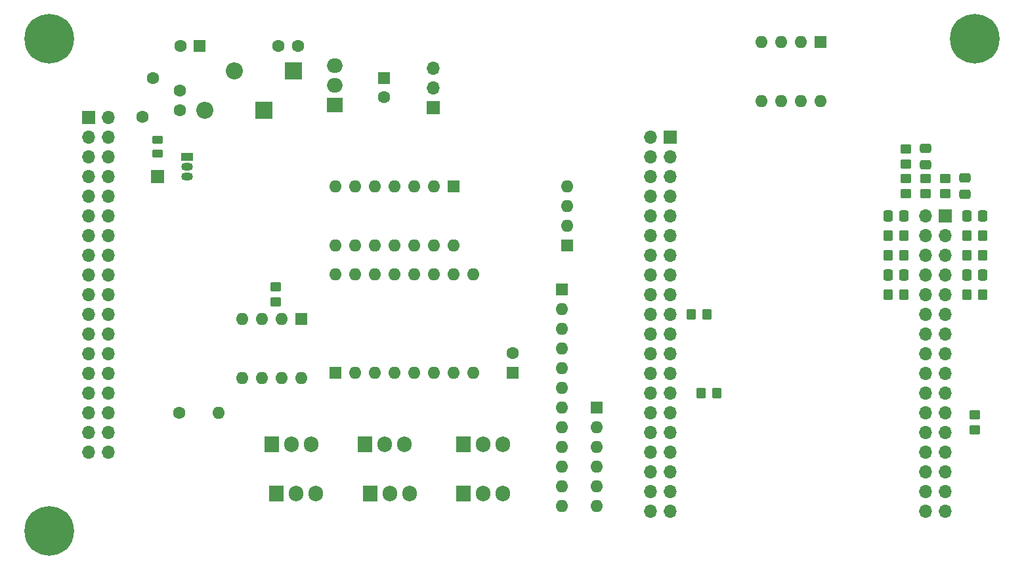
<source format=gts>
G04 #@! TF.GenerationSoftware,KiCad,Pcbnew,(6.0.0)*
G04 #@! TF.CreationDate,2022-01-14T02:16:32-05:00*
G04 #@! TF.ProjectId,klxecu,6b6c7865-6375-42e6-9b69-6361645f7063,rev?*
G04 #@! TF.SameCoordinates,Original*
G04 #@! TF.FileFunction,Soldermask,Top*
G04 #@! TF.FilePolarity,Negative*
%FSLAX46Y46*%
G04 Gerber Fmt 4.6, Leading zero omitted, Abs format (unit mm)*
G04 Created by KiCad (PCBNEW (6.0.0)) date 2022-01-14 02:16:32*
%MOMM*%
%LPD*%
G01*
G04 APERTURE LIST*
G04 Aperture macros list*
%AMRoundRect*
0 Rectangle with rounded corners*
0 $1 Rounding radius*
0 $2 $3 $4 $5 $6 $7 $8 $9 X,Y pos of 4 corners*
0 Add a 4 corners polygon primitive as box body*
4,1,4,$2,$3,$4,$5,$6,$7,$8,$9,$2,$3,0*
0 Add four circle primitives for the rounded corners*
1,1,$1+$1,$2,$3*
1,1,$1+$1,$4,$5*
1,1,$1+$1,$6,$7*
1,1,$1+$1,$8,$9*
0 Add four rect primitives between the rounded corners*
20,1,$1+$1,$2,$3,$4,$5,0*
20,1,$1+$1,$4,$5,$6,$7,0*
20,1,$1+$1,$6,$7,$8,$9,0*
20,1,$1+$1,$8,$9,$2,$3,0*%
G04 Aperture macros list end*
%ADD10C,6.400000*%
%ADD11RoundRect,0.250000X0.350000X0.450000X-0.350000X0.450000X-0.350000X-0.450000X0.350000X-0.450000X0*%
%ADD12RoundRect,0.250000X-0.450000X0.350000X-0.450000X-0.350000X0.450000X-0.350000X0.450000X0.350000X0*%
%ADD13RoundRect,0.250000X-0.350000X-0.450000X0.350000X-0.450000X0.350000X0.450000X-0.350000X0.450000X0*%
%ADD14RoundRect,0.250000X0.450000X-0.262500X0.450000X0.262500X-0.450000X0.262500X-0.450000X-0.262500X0*%
%ADD15C,1.600000*%
%ADD16O,1.600000X1.600000*%
%ADD17R,1.600000X1.600000*%
%ADD18R,2.000000X1.905000*%
%ADD19O,2.000000X1.905000*%
%ADD20R,1.905000X2.000000*%
%ADD21O,1.905000X2.000000*%
%ADD22O,1.500000X1.050000*%
%ADD23R,1.500000X1.050000*%
%ADD24R,1.700000X1.700000*%
%ADD25O,1.700000X1.700000*%
%ADD26R,2.200000X2.200000*%
%ADD27O,2.200000X2.200000*%
%ADD28RoundRect,0.250000X0.337500X0.475000X-0.337500X0.475000X-0.337500X-0.475000X0.337500X-0.475000X0*%
%ADD29RoundRect,0.250000X-0.475000X0.337500X-0.475000X-0.337500X0.475000X-0.337500X0.475000X0.337500X0*%
%ADD30RoundRect,0.250000X0.475000X-0.337500X0.475000X0.337500X-0.475000X0.337500X-0.475000X-0.337500X0*%
%ADD31RoundRect,0.250000X-0.337500X-0.475000X0.337500X-0.475000X0.337500X0.475000X-0.337500X0.475000X0*%
G04 APERTURE END LIST*
D10*
X22860000Y-27940000D03*
X22860000Y-91440000D03*
X142240000Y-27940000D03*
D11*
X143240000Y-53340000D03*
X141240000Y-53340000D03*
X141240000Y-55880000D03*
X143240000Y-55880000D03*
D12*
X138430000Y-45990000D03*
X138430000Y-47990000D03*
X135890000Y-45990000D03*
X135890000Y-47990000D03*
D13*
X131080000Y-53340000D03*
X133080000Y-53340000D03*
X131080000Y-55880000D03*
X133080000Y-55880000D03*
X105680000Y-63500000D03*
X107680000Y-63500000D03*
D11*
X131080000Y-60960000D03*
X133080000Y-60960000D03*
D14*
X36830000Y-42822500D03*
X36830000Y-40997500D03*
D11*
X108950000Y-73660000D03*
X106950000Y-73660000D03*
D15*
X39595000Y-76200000D03*
D16*
X44675000Y-76200000D03*
X55351678Y-71765000D03*
X47731678Y-64145000D03*
X52811678Y-71765000D03*
X50271678Y-64145000D03*
X50271678Y-71765000D03*
X52811678Y-64145000D03*
X47731678Y-71765000D03*
D17*
X55351678Y-64145000D03*
X75041678Y-47000000D03*
D16*
X59801678Y-54620000D03*
X72501678Y-47000000D03*
X62341678Y-54620000D03*
X69961678Y-47000000D03*
X64881678Y-54620000D03*
X67421678Y-47000000D03*
X67421678Y-54620000D03*
X64881678Y-47000000D03*
X69961678Y-54620000D03*
X62341678Y-47000000D03*
X72501678Y-54620000D03*
X59801678Y-47000000D03*
X75041678Y-54620000D03*
D18*
X59723687Y-36553687D03*
D19*
X59723687Y-34013687D03*
X59723687Y-31473687D03*
D15*
X36210000Y-33060000D03*
X34910000Y-38060000D03*
D17*
X89641678Y-54625000D03*
D16*
X89641678Y-52085000D03*
X89641678Y-49545000D03*
X89641678Y-47005000D03*
D17*
X89006678Y-60320000D03*
D16*
X89006678Y-62860000D03*
X89006678Y-65400000D03*
X89006678Y-67940000D03*
X89006678Y-70480000D03*
X89006678Y-73020000D03*
X89006678Y-75560000D03*
X89006678Y-78100000D03*
X89006678Y-80640000D03*
X89006678Y-83180000D03*
X89006678Y-85720000D03*
X89006678Y-88260000D03*
D17*
X93451678Y-75565000D03*
D16*
X93451678Y-78105000D03*
X93451678Y-80645000D03*
X93451678Y-83185000D03*
X93451678Y-85725000D03*
X93451678Y-88265000D03*
D12*
X52070000Y-61960000D03*
X52070000Y-59960000D03*
X142240000Y-78470000D03*
X142240000Y-76470000D03*
D13*
X141240000Y-60960000D03*
X143240000Y-60960000D03*
D12*
X133350000Y-44180000D03*
X133350000Y-42180000D03*
X133350000Y-45990000D03*
X133350000Y-47990000D03*
D20*
X64241678Y-86670000D03*
D21*
X66781678Y-86670000D03*
X69321678Y-86670000D03*
D20*
X51541678Y-80320000D03*
D21*
X54081678Y-80320000D03*
X56621678Y-80320000D03*
D20*
X76306678Y-86670000D03*
D21*
X78846678Y-86670000D03*
X81386678Y-86670000D03*
X57256678Y-86670000D03*
X54716678Y-86670000D03*
D20*
X52176678Y-86670000D03*
X76306678Y-80320000D03*
D21*
X78846678Y-80320000D03*
X81386678Y-80320000D03*
D20*
X63606678Y-80320000D03*
D21*
X66146678Y-80320000D03*
X68686678Y-80320000D03*
D22*
X40640000Y-44450000D03*
X40640000Y-45720000D03*
D23*
X40640000Y-43180000D03*
D24*
X72390000Y-36830000D03*
D25*
X72390000Y-34290000D03*
X72390000Y-31750000D03*
D24*
X36830000Y-45720000D03*
D25*
X135890000Y-88900000D03*
X138430000Y-88900000D03*
X135890000Y-86360000D03*
X138430000Y-86360000D03*
X135890000Y-83820000D03*
X138430000Y-83820000D03*
X135890000Y-81280000D03*
X138430000Y-81280000D03*
X135890000Y-78740000D03*
X138430000Y-78740000D03*
X135890000Y-76200000D03*
X138430000Y-76200000D03*
X135890000Y-73660000D03*
X138430000Y-73660000D03*
X135890000Y-71120000D03*
X138430000Y-71120000D03*
X135890000Y-68580000D03*
X138430000Y-68580000D03*
X135890000Y-66040000D03*
X138430000Y-66040000D03*
X135890000Y-63500000D03*
X138430000Y-63500000D03*
X135890000Y-60960000D03*
X138430000Y-60960000D03*
X135890000Y-58420000D03*
X138430000Y-58420000D03*
X135890000Y-55880000D03*
X138430000Y-55880000D03*
X135890000Y-53340000D03*
X138430000Y-53340000D03*
X135890000Y-50800000D03*
D24*
X138430000Y-50800000D03*
X27935000Y-38115000D03*
D25*
X30475000Y-38115000D03*
X27935000Y-40655000D03*
X30475000Y-40655000D03*
X27935000Y-43195000D03*
X30475000Y-43195000D03*
X27935000Y-45735000D03*
X30475000Y-45735000D03*
X27935000Y-48275000D03*
X30475000Y-48275000D03*
X27935000Y-50815000D03*
X30475000Y-50815000D03*
X27935000Y-53355000D03*
X30475000Y-53355000D03*
X27935000Y-55895000D03*
X30475000Y-55895000D03*
X27935000Y-58435000D03*
X30475000Y-58435000D03*
X27935000Y-60975000D03*
X30475000Y-60975000D03*
X27935000Y-63515000D03*
X30475000Y-63515000D03*
X27935000Y-66055000D03*
X30475000Y-66055000D03*
X27935000Y-68595000D03*
X30475000Y-68595000D03*
X27935000Y-71135000D03*
X30475000Y-71135000D03*
X27935000Y-73675000D03*
X30475000Y-73675000D03*
X27935000Y-76215000D03*
X30475000Y-76215000D03*
X27935000Y-78755000D03*
X30475000Y-78755000D03*
X27935000Y-81295000D03*
X30475000Y-81295000D03*
X100420000Y-88930000D03*
X102960000Y-88930000D03*
X100420000Y-86390000D03*
X102960000Y-86390000D03*
X100420000Y-83850000D03*
X102960000Y-83850000D03*
X100420000Y-81310000D03*
X102960000Y-81310000D03*
X100420000Y-78770000D03*
X102960000Y-78770000D03*
X100420000Y-76230000D03*
X102960000Y-76230000D03*
X100420000Y-73690000D03*
X102960000Y-73690000D03*
X100420000Y-71150000D03*
X102960000Y-71150000D03*
X100420000Y-68610000D03*
X102960000Y-68610000D03*
X100420000Y-66070000D03*
X102960000Y-66070000D03*
X100420000Y-63530000D03*
X102960000Y-63530000D03*
X100420000Y-60990000D03*
X102960000Y-60990000D03*
X100420000Y-58450000D03*
X102960000Y-58450000D03*
X100420000Y-55910000D03*
X102960000Y-55910000D03*
X100420000Y-53370000D03*
X102960000Y-53370000D03*
X100420000Y-50830000D03*
X102960000Y-50830000D03*
X100420000Y-48290000D03*
X102960000Y-48290000D03*
X100420000Y-45750000D03*
X102960000Y-45750000D03*
X100420000Y-43210000D03*
X102960000Y-43210000D03*
X100420000Y-40670000D03*
D24*
X102960000Y-40670000D03*
D16*
X122359520Y-36019520D03*
X114739520Y-28399520D03*
X119819520Y-36019520D03*
X117279520Y-28399520D03*
X117279520Y-36019520D03*
X119819520Y-28399520D03*
X114739520Y-36019520D03*
D17*
X122359520Y-28399520D03*
D26*
X54333687Y-32108687D03*
D27*
X46713687Y-32108687D03*
D26*
X50523687Y-37188687D03*
D27*
X42903687Y-37188687D03*
D17*
X82656678Y-71055113D03*
D15*
X82656678Y-68555113D03*
D28*
X143277500Y-50800000D03*
X141202500Y-50800000D03*
X141202500Y-58420000D03*
X143277500Y-58420000D03*
D29*
X140970000Y-45952500D03*
X140970000Y-48027500D03*
D30*
X135890000Y-44217500D03*
X135890000Y-42142500D03*
D31*
X131042500Y-50800000D03*
X133117500Y-50800000D03*
X131042500Y-58420000D03*
X133117500Y-58420000D03*
D15*
X66040000Y-35520000D03*
D17*
X66040000Y-33020000D03*
D15*
X54948687Y-28933687D03*
X52448687Y-28933687D03*
X39728687Y-37168687D03*
X39728687Y-34668687D03*
D17*
X42268687Y-28933687D03*
D15*
X39768687Y-28933687D03*
D17*
X59796678Y-71110000D03*
D16*
X77576678Y-58410000D03*
X62336678Y-71110000D03*
X75036678Y-58410000D03*
X64876678Y-71110000D03*
X72496678Y-58410000D03*
X67416678Y-71110000D03*
X69956678Y-58410000D03*
X69956678Y-71110000D03*
X67416678Y-58410000D03*
X72496678Y-71110000D03*
X64876678Y-58410000D03*
X75036678Y-71110000D03*
X62336678Y-58410000D03*
X77576678Y-71110000D03*
X59796678Y-58410000D03*
M02*

</source>
